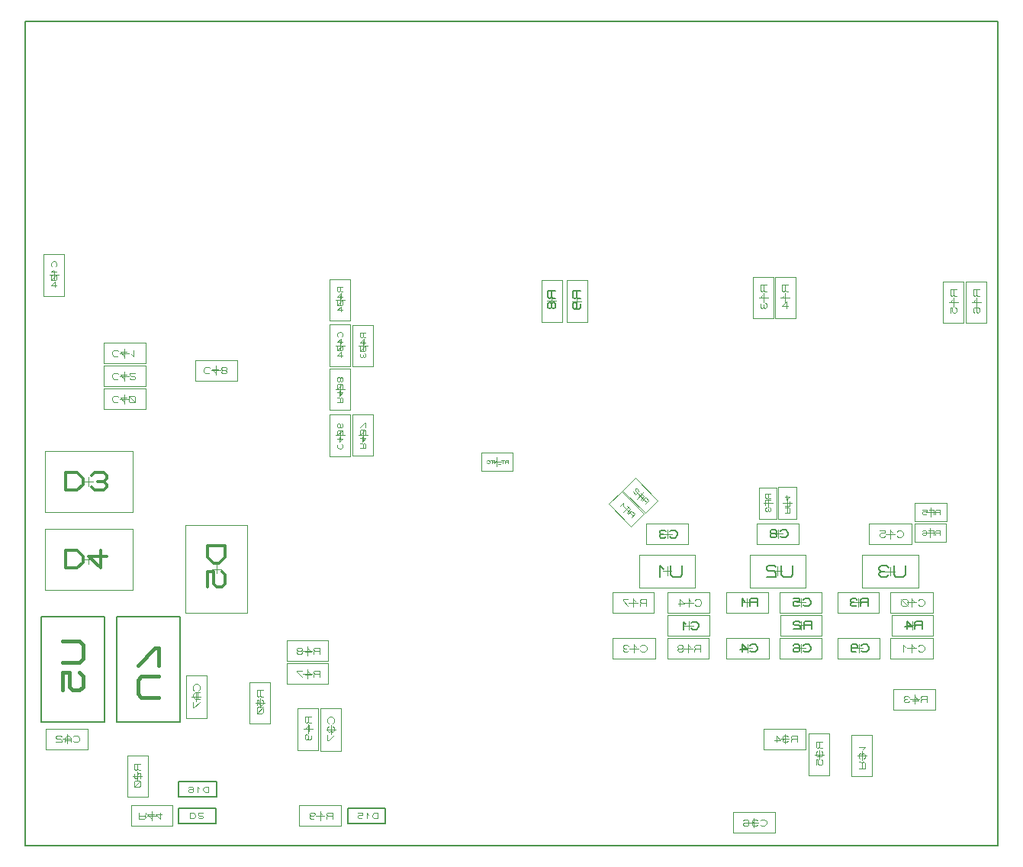
<source format=gbr>
G04 PROTEUS RS274X GERBER FILE*
%FSLAX45Y45*%
%MOMM*%
G01*
%ADD38C,0.203200*%
%ADD95C,0.050000*%
%ADD107C,0.095000*%
%ADD102C,0.093000*%
%ADD93C,0.389040*%
%ADD99C,0.118750*%
%ADD123C,0.208330*%
%ADD108C,0.141000*%
%ADD96C,0.116250*%
%ADD124C,0.100580*%
%ADD125C,0.050710*%
%ADD126C,0.325000*%
%ADD127C,0.088750*%
D38*
X-1079500Y-6413500D02*
X+9715500Y-6413500D01*
X+9715500Y+2730500D01*
X-1079500Y+2730500D01*
X-1079500Y-6413500D01*
D95*
X+2528000Y-631000D02*
X+2528000Y-1101000D01*
X+2298000Y-1101000D01*
X+2298000Y-631000D01*
X+2528000Y-631000D01*
X+2363000Y-866000D02*
X+2463000Y-866000D01*
X+2413000Y-916000D02*
X+2413000Y-816000D01*
D107*
X+2432000Y-771000D02*
X+2441500Y-761500D01*
X+2441500Y-733000D01*
X+2422500Y-714000D01*
X+2403500Y-714000D01*
X+2384500Y-733000D01*
X+2384500Y-761500D01*
X+2394000Y-771000D01*
X+2422500Y-847000D02*
X+2422500Y-790000D01*
X+2384500Y-828000D01*
X+2441500Y-828000D01*
X+2432000Y-866000D02*
X+2394000Y-866000D01*
X+2384500Y-875500D01*
X+2384500Y-913500D01*
X+2394000Y-923000D01*
X+2432000Y-923000D01*
X+2441500Y-913500D01*
X+2441500Y-875500D01*
X+2432000Y-866000D01*
X+2441500Y-866000D02*
X+2384500Y-923000D01*
X+2422500Y-999000D02*
X+2422500Y-942000D01*
X+2384500Y-980000D01*
X+2441500Y-980000D01*
D95*
X+2528000Y-133000D02*
X+2528000Y-593000D01*
X+2298000Y-593000D01*
X+2298000Y-133000D01*
X+2528000Y-133000D01*
X+2363000Y-363000D02*
X+2463000Y-363000D01*
X+2413000Y-413000D02*
X+2413000Y-313000D01*
D102*
X+2440900Y-214200D02*
X+2385100Y-214200D01*
X+2385100Y-260700D01*
X+2394400Y-270000D01*
X+2403700Y-270000D01*
X+2413000Y-260700D01*
X+2413000Y-214200D01*
X+2413000Y-260700D02*
X+2422300Y-270000D01*
X+2440900Y-270000D01*
X+2422300Y-344400D02*
X+2422300Y-288600D01*
X+2385100Y-325800D01*
X+2440900Y-325800D01*
X+2431600Y-363000D02*
X+2394400Y-363000D01*
X+2385100Y-372300D01*
X+2385100Y-409500D01*
X+2394400Y-418800D01*
X+2431600Y-418800D01*
X+2440900Y-409500D01*
X+2440900Y-372300D01*
X+2431600Y-363000D01*
X+2440900Y-363000D02*
X+2385100Y-418800D01*
X+2422300Y-493200D02*
X+2422300Y-437400D01*
X+2385100Y-474600D01*
X+2440900Y-474600D01*
D95*
X+2782000Y-641000D02*
X+2782000Y-1101000D01*
X+2552000Y-1101000D01*
X+2552000Y-641000D01*
X+2782000Y-641000D01*
X+2617000Y-871000D02*
X+2717000Y-871000D01*
X+2667000Y-921000D02*
X+2667000Y-821000D01*
D102*
X+2694900Y-722200D02*
X+2639100Y-722200D01*
X+2639100Y-768700D01*
X+2648400Y-778000D01*
X+2657700Y-778000D01*
X+2667000Y-768700D01*
X+2667000Y-722200D01*
X+2667000Y-768700D02*
X+2676300Y-778000D01*
X+2694900Y-778000D01*
X+2676300Y-852400D02*
X+2676300Y-796600D01*
X+2639100Y-833800D01*
X+2694900Y-833800D01*
X+2685600Y-871000D02*
X+2648400Y-871000D01*
X+2639100Y-880300D01*
X+2639100Y-917500D01*
X+2648400Y-926800D01*
X+2685600Y-926800D01*
X+2694900Y-917500D01*
X+2694900Y-880300D01*
X+2685600Y-871000D01*
X+2694900Y-871000D02*
X+2639100Y-926800D01*
X+2648400Y-954700D02*
X+2639100Y-964000D01*
X+2639100Y-991900D01*
X+2648400Y-1001200D01*
X+2657700Y-1001200D01*
X+2667000Y-991900D01*
X+2676300Y-1001200D01*
X+2685600Y-1001200D01*
X+2694900Y-991900D01*
X+2694900Y-964000D01*
X+2685600Y-954700D01*
X+2667000Y-973300D02*
X+2667000Y-991900D01*
D38*
X-902450Y-5041900D02*
X-203950Y-5041900D01*
X-203950Y-3874770D01*
X-902450Y-3874770D01*
X-902450Y-5041900D01*
D93*
X-669913Y-4147101D02*
X-475391Y-4147101D01*
X-436487Y-4186005D01*
X-436487Y-4341622D01*
X-475391Y-4380526D01*
X-669913Y-4380526D01*
X-669913Y-4691760D02*
X-669913Y-4497239D01*
X-592104Y-4497239D01*
X-592104Y-4652856D01*
X-553200Y-4691760D01*
X-475391Y-4691760D01*
X-436487Y-4652856D01*
X-436487Y-4536143D01*
X-475391Y-4497239D01*
D38*
X-64250Y-5041900D02*
X+634250Y-5041900D01*
X+634250Y-3874770D01*
X-64250Y-3874770D01*
X-64250Y-5041900D01*
D93*
X+401713Y-4769569D02*
X+207191Y-4769569D01*
X+168287Y-4730665D01*
X+168287Y-4575048D01*
X+207191Y-4536144D01*
X+401713Y-4536144D01*
X+401713Y-4419431D02*
X+401713Y-4224910D01*
X+362809Y-4224910D01*
X+168287Y-4419431D01*
D95*
X+258000Y-1575500D02*
X-212000Y-1575500D01*
X-212000Y-1345500D01*
X+258000Y-1345500D01*
X+258000Y-1575500D01*
X+23000Y-1410500D02*
X+23000Y-1510500D01*
X-27000Y-1460500D02*
X+73000Y-1460500D01*
D99*
X-48250Y-1436750D02*
X-60125Y-1424875D01*
X-95750Y-1424875D01*
X-119500Y-1448625D01*
X-119500Y-1472375D01*
X-95750Y-1496125D01*
X-60125Y-1496125D01*
X-48250Y-1484250D01*
X+46750Y-1448625D02*
X-24500Y-1448625D01*
X+23000Y-1496125D01*
X+23000Y-1424875D01*
X+70500Y-1436750D02*
X+70500Y-1484250D01*
X+82375Y-1496125D01*
X+129875Y-1496125D01*
X+141750Y-1484250D01*
X+141750Y-1436750D01*
X+129875Y-1424875D01*
X+82375Y-1424875D01*
X+70500Y-1436750D01*
X+70500Y-1424875D02*
X+141750Y-1496125D01*
D95*
X+258000Y-1067500D02*
X-212000Y-1067500D01*
X-212000Y-837500D01*
X+258000Y-837500D01*
X+258000Y-1067500D01*
X+23000Y-902500D02*
X+23000Y-1002500D01*
X-27000Y-952500D02*
X+73000Y-952500D01*
D99*
X-48250Y-928750D02*
X-60125Y-916875D01*
X-95750Y-916875D01*
X-119500Y-940625D01*
X-119500Y-964375D01*
X-95750Y-988125D01*
X-60125Y-988125D01*
X-48250Y-976250D01*
X+46750Y-940625D02*
X-24500Y-940625D01*
X+23000Y-988125D01*
X+23000Y-916875D01*
X+94250Y-964375D02*
X+118000Y-988125D01*
X+118000Y-916875D01*
D95*
X+258000Y-1321500D02*
X-212000Y-1321500D01*
X-212000Y-1091500D01*
X+258000Y-1091500D01*
X+258000Y-1321500D01*
X+23000Y-1156500D02*
X+23000Y-1256500D01*
X-27000Y-1206500D02*
X+73000Y-1206500D01*
D99*
X-48250Y-1182750D02*
X-60125Y-1170875D01*
X-95750Y-1170875D01*
X-119500Y-1194625D01*
X-119500Y-1218375D01*
X-95750Y-1242125D01*
X-60125Y-1242125D01*
X-48250Y-1230250D01*
X+46750Y-1194625D02*
X-24500Y-1194625D01*
X+23000Y-1242125D01*
X+23000Y-1170875D01*
X+82375Y-1230250D02*
X+94250Y-1242125D01*
X+129875Y-1242125D01*
X+141750Y-1230250D01*
X+141750Y-1218375D01*
X+129875Y-1206500D01*
X+94250Y-1206500D01*
X+82375Y-1194625D01*
X+82375Y-1170875D01*
X+141750Y-1170875D01*
D95*
X+804000Y-1028000D02*
X+1274000Y-1028000D01*
X+1274000Y-1258000D01*
X+804000Y-1258000D01*
X+804000Y-1028000D01*
X+1039000Y-1193000D02*
X+1039000Y-1093000D01*
X+1089000Y-1143000D02*
X+989000Y-1143000D01*
D99*
X+967750Y-1119250D02*
X+955875Y-1107375D01*
X+920250Y-1107375D01*
X+896500Y-1131125D01*
X+896500Y-1154875D01*
X+920250Y-1178625D01*
X+955875Y-1178625D01*
X+967750Y-1166750D01*
X+1062750Y-1131125D02*
X+991500Y-1131125D01*
X+1039000Y-1178625D01*
X+1039000Y-1107375D01*
X+1110250Y-1143000D02*
X+1098375Y-1154875D01*
X+1098375Y-1166750D01*
X+1110250Y-1178625D01*
X+1145875Y-1178625D01*
X+1157750Y-1166750D01*
X+1157750Y-1154875D01*
X+1145875Y-1143000D01*
X+1110250Y-1143000D01*
X+1098375Y-1131125D01*
X+1098375Y-1119250D01*
X+1110250Y-1107375D01*
X+1145875Y-1107375D01*
X+1157750Y-1119250D01*
X+1157750Y-1131125D01*
X+1145875Y-1143000D01*
D95*
X-384100Y-5347400D02*
X-854100Y-5347400D01*
X-854100Y-5117400D01*
X-384100Y-5117400D01*
X-384100Y-5347400D01*
X-619100Y-5182400D02*
X-619100Y-5282400D01*
X-669100Y-5232400D02*
X-569100Y-5232400D01*
D99*
X-547850Y-5256150D02*
X-535975Y-5268025D01*
X-500350Y-5268025D01*
X-476600Y-5244275D01*
X-476600Y-5220525D01*
X-500350Y-5196775D01*
X-535975Y-5196775D01*
X-547850Y-5208650D01*
X-571600Y-5268025D02*
X-571600Y-5220525D01*
X-595350Y-5196775D01*
X-619100Y-5196775D01*
X-642850Y-5220525D01*
X-642850Y-5268025D01*
X-571600Y-5244275D02*
X-642850Y-5244275D01*
X-678475Y-5208650D02*
X-690350Y-5196775D01*
X-725975Y-5196775D01*
X-737850Y-5208650D01*
X-737850Y-5220525D01*
X-725975Y-5232400D01*
X-690350Y-5232400D01*
X-678475Y-5244275D01*
X-678475Y-5268025D01*
X-737850Y-5268025D01*
D95*
X+703400Y-4999900D02*
X+703400Y-4529900D01*
X+933400Y-4529900D01*
X+933400Y-4999900D01*
X+703400Y-4999900D01*
X+868400Y-4764900D02*
X+768400Y-4764900D01*
X+818400Y-4714900D02*
X+818400Y-4814900D01*
D99*
X+842150Y-4693650D02*
X+854025Y-4681775D01*
X+854025Y-4646150D01*
X+830275Y-4622400D01*
X+806525Y-4622400D01*
X+782775Y-4646150D01*
X+782775Y-4681775D01*
X+794650Y-4693650D01*
X+854025Y-4717400D02*
X+806525Y-4717400D01*
X+782775Y-4741150D01*
X+782775Y-4764900D01*
X+806525Y-4788650D01*
X+854025Y-4788650D01*
X+830275Y-4717400D02*
X+830275Y-4788650D01*
X+782775Y-4824275D02*
X+782775Y-4883650D01*
X+794650Y-4883650D01*
X+854025Y-4824275D01*
D95*
X+2528000Y-1629500D02*
X+2528000Y-2099500D01*
X+2298000Y-2099500D01*
X+2298000Y-1629500D01*
X+2528000Y-1629500D01*
X+2363000Y-1864500D02*
X+2463000Y-1864500D01*
X+2413000Y-1914500D02*
X+2413000Y-1814500D01*
D107*
X+2394000Y-1959500D02*
X+2384500Y-1969000D01*
X+2384500Y-1997500D01*
X+2403500Y-2016500D01*
X+2422500Y-2016500D01*
X+2441500Y-1997500D01*
X+2441500Y-1969000D01*
X+2432000Y-1959500D01*
X+2403500Y-1883500D02*
X+2403500Y-1940500D01*
X+2441500Y-1902500D01*
X+2384500Y-1902500D01*
X+2394000Y-1864500D02*
X+2432000Y-1864500D01*
X+2441500Y-1855000D01*
X+2441500Y-1817000D01*
X+2432000Y-1807500D01*
X+2394000Y-1807500D01*
X+2384500Y-1817000D01*
X+2384500Y-1855000D01*
X+2394000Y-1864500D01*
X+2384500Y-1864500D02*
X+2441500Y-1807500D01*
X+2432000Y-1731500D02*
X+2441500Y-1741000D01*
X+2441500Y-1769500D01*
X+2432000Y-1779000D01*
X+2394000Y-1779000D01*
X+2384500Y-1769500D01*
X+2384500Y-1741000D01*
X+2394000Y-1731500D01*
X+2403500Y-1731500D01*
X+2413000Y-1741000D01*
X+2413000Y-1779000D01*
D95*
X+2782000Y-1629500D02*
X+2782000Y-2089500D01*
X+2552000Y-2089500D01*
X+2552000Y-1629500D01*
X+2782000Y-1629500D01*
X+2617000Y-1859500D02*
X+2717000Y-1859500D01*
X+2667000Y-1909500D02*
X+2667000Y-1809500D01*
D102*
X+2639100Y-2008300D02*
X+2694900Y-2008300D01*
X+2694900Y-1961800D01*
X+2685600Y-1952500D01*
X+2676300Y-1952500D01*
X+2667000Y-1961800D01*
X+2667000Y-2008300D01*
X+2667000Y-1961800D02*
X+2657700Y-1952500D01*
X+2639100Y-1952500D01*
X+2657700Y-1878100D02*
X+2657700Y-1933900D01*
X+2694900Y-1896700D01*
X+2639100Y-1896700D01*
X+2648400Y-1859500D02*
X+2685600Y-1859500D01*
X+2694900Y-1850200D01*
X+2694900Y-1813000D01*
X+2685600Y-1803700D01*
X+2648400Y-1803700D01*
X+2639100Y-1813000D01*
X+2639100Y-1850200D01*
X+2648400Y-1859500D01*
X+2639100Y-1859500D02*
X+2694900Y-1803700D01*
X+2694900Y-1775800D02*
X+2694900Y-1729300D01*
X+2685600Y-1729300D01*
X+2639100Y-1775800D01*
D95*
X+2528000Y-1121500D02*
X+2528000Y-1581500D01*
X+2298000Y-1581500D01*
X+2298000Y-1121500D01*
X+2528000Y-1121500D01*
X+2363000Y-1351500D02*
X+2463000Y-1351500D01*
X+2413000Y-1401500D02*
X+2413000Y-1301500D01*
D102*
X+2385100Y-1500300D02*
X+2440900Y-1500300D01*
X+2440900Y-1453800D01*
X+2431600Y-1444500D01*
X+2422300Y-1444500D01*
X+2413000Y-1453800D01*
X+2413000Y-1500300D01*
X+2413000Y-1453800D02*
X+2403700Y-1444500D01*
X+2385100Y-1444500D01*
X+2403700Y-1370100D02*
X+2403700Y-1425900D01*
X+2440900Y-1388700D01*
X+2385100Y-1388700D01*
X+2394400Y-1351500D02*
X+2431600Y-1351500D01*
X+2440900Y-1342200D01*
X+2440900Y-1305000D01*
X+2431600Y-1295700D01*
X+2394400Y-1295700D01*
X+2385100Y-1305000D01*
X+2385100Y-1342200D01*
X+2394400Y-1351500D01*
X+2385100Y-1351500D02*
X+2440900Y-1295700D01*
X+2413000Y-1258500D02*
X+2422300Y-1267800D01*
X+2431600Y-1267800D01*
X+2440900Y-1258500D01*
X+2440900Y-1230600D01*
X+2431600Y-1221300D01*
X+2422300Y-1221300D01*
X+2413000Y-1230600D01*
X+2413000Y-1258500D01*
X+2403700Y-1267800D01*
X+2394400Y-1267800D01*
X+2385100Y-1258500D01*
X+2385100Y-1230600D01*
X+2394400Y-1221300D01*
X+2403700Y-1221300D01*
X+2413000Y-1230600D01*
D95*
X+6354000Y-3550902D02*
X+5734000Y-3550902D01*
X+5734000Y-3190902D01*
X+6354000Y-3190902D01*
X+6354000Y-3550902D01*
X+6044000Y-3320902D02*
X+6044000Y-3420902D01*
X+5994000Y-3370902D02*
X+6094000Y-3370902D01*
D123*
X+6210666Y-3308402D02*
X+6210666Y-3412569D01*
X+6189833Y-3433402D01*
X+6106500Y-3433402D01*
X+6085667Y-3412569D01*
X+6085667Y-3308402D01*
X+6002334Y-3350069D02*
X+5960667Y-3308402D01*
X+5960667Y-3433402D01*
D95*
X+7581107Y-3550533D02*
X+6961107Y-3550533D01*
X+6961107Y-3190533D01*
X+7581107Y-3190533D01*
X+7581107Y-3550533D01*
X+7271107Y-3320533D02*
X+7271107Y-3420533D01*
X+7221107Y-3370533D02*
X+7321107Y-3370533D01*
D123*
X+7437773Y-3308033D02*
X+7437773Y-3412200D01*
X+7416940Y-3433033D01*
X+7333607Y-3433033D01*
X+7312774Y-3412200D01*
X+7312774Y-3308033D01*
X+7250274Y-3328866D02*
X+7229441Y-3308033D01*
X+7166941Y-3308033D01*
X+7146108Y-3328866D01*
X+7146108Y-3349700D01*
X+7166941Y-3370533D01*
X+7229441Y-3370533D01*
X+7250274Y-3391366D01*
X+7250274Y-3433033D01*
X+7146108Y-3433033D01*
D95*
X+8830869Y-3552033D02*
X+8210869Y-3552033D01*
X+8210869Y-3192033D01*
X+8830869Y-3192033D01*
X+8830869Y-3552033D01*
X+8520869Y-3322033D02*
X+8520869Y-3422033D01*
X+8470869Y-3372033D02*
X+8570869Y-3372033D01*
D123*
X+8687535Y-3309533D02*
X+8687535Y-3413700D01*
X+8666702Y-3434533D01*
X+8583369Y-3434533D01*
X+8562536Y-3413700D01*
X+8562536Y-3309533D01*
X+8500036Y-3330366D02*
X+8479203Y-3309533D01*
X+8416703Y-3309533D01*
X+8395870Y-3330366D01*
X+8395870Y-3351200D01*
X+8416703Y-3372033D01*
X+8395870Y-3392866D01*
X+8395870Y-3413700D01*
X+8416703Y-3434533D01*
X+8479203Y-3434533D01*
X+8500036Y-3413700D01*
X+8458370Y-3372033D02*
X+8416703Y-3372033D01*
D95*
X+6280500Y-3072402D02*
X+5810500Y-3072402D01*
X+5810500Y-2842402D01*
X+6280500Y-2842402D01*
X+6280500Y-3072402D01*
X+6045500Y-2907402D02*
X+6045500Y-3007402D01*
X+5995500Y-2957402D02*
X+6095500Y-2957402D01*
D108*
X+6073700Y-2985602D02*
X+6087800Y-2999702D01*
X+6130100Y-2999702D01*
X+6158300Y-2971502D01*
X+6158300Y-2943302D01*
X+6130100Y-2915102D01*
X+6087800Y-2915102D01*
X+6073700Y-2929202D01*
X+6031400Y-2929202D02*
X+6017300Y-2915102D01*
X+5975000Y-2915102D01*
X+5960900Y-2929202D01*
X+5960900Y-2943302D01*
X+5975000Y-2957402D01*
X+5960900Y-2971502D01*
X+5960900Y-2985602D01*
X+5975000Y-2999702D01*
X+6017300Y-2999702D01*
X+6031400Y-2985602D01*
X+6003200Y-2957402D02*
X+5975000Y-2957402D01*
D95*
X+7507607Y-3072033D02*
X+7037607Y-3072033D01*
X+7037607Y-2842033D01*
X+7507607Y-2842033D01*
X+7507607Y-3072033D01*
X+7272607Y-2907033D02*
X+7272607Y-3007033D01*
X+7222607Y-2957033D02*
X+7322607Y-2957033D01*
D108*
X+7300807Y-2985233D02*
X+7314907Y-2999333D01*
X+7357207Y-2999333D01*
X+7385407Y-2971133D01*
X+7385407Y-2942933D01*
X+7357207Y-2914733D01*
X+7314907Y-2914733D01*
X+7300807Y-2928833D01*
X+7244407Y-2957033D02*
X+7258507Y-2942933D01*
X+7258507Y-2928833D01*
X+7244407Y-2914733D01*
X+7202107Y-2914733D01*
X+7188007Y-2928833D01*
X+7188007Y-2942933D01*
X+7202107Y-2957033D01*
X+7244407Y-2957033D01*
X+7258507Y-2971133D01*
X+7258507Y-2985233D01*
X+7244407Y-2999333D01*
X+7202107Y-2999333D01*
X+7188007Y-2985233D01*
X+7188007Y-2971133D01*
X+7202107Y-2957033D01*
D95*
X+8757369Y-3073533D02*
X+8287369Y-3073533D01*
X+8287369Y-2843533D01*
X+8757369Y-2843533D01*
X+8757369Y-3073533D01*
X+8522369Y-2908533D02*
X+8522369Y-3008533D01*
X+8472369Y-2958533D02*
X+8572369Y-2958533D01*
D99*
X+8593619Y-2982283D02*
X+8605494Y-2994158D01*
X+8641119Y-2994158D01*
X+8664869Y-2970408D01*
X+8664869Y-2946658D01*
X+8641119Y-2922908D01*
X+8605494Y-2922908D01*
X+8593619Y-2934783D01*
X+8546119Y-2946658D02*
X+8522369Y-2922908D01*
X+8522369Y-2994158D01*
X+8403619Y-2922908D02*
X+8462994Y-2922908D01*
X+8462994Y-2946658D01*
X+8415494Y-2946658D01*
X+8403619Y-2958533D01*
X+8403619Y-2982283D01*
X+8415494Y-2994158D01*
X+8451119Y-2994158D01*
X+8462994Y-2982283D01*
D95*
X+6517000Y-3834402D02*
X+6047000Y-3834402D01*
X+6047000Y-3604402D01*
X+6517000Y-3604402D01*
X+6517000Y-3834402D01*
X+6282000Y-3669402D02*
X+6282000Y-3769402D01*
X+6232000Y-3719402D02*
X+6332000Y-3719402D01*
D99*
X+6353250Y-3743152D02*
X+6365125Y-3755027D01*
X+6400750Y-3755027D01*
X+6424500Y-3731277D01*
X+6424500Y-3707527D01*
X+6400750Y-3683777D01*
X+6365125Y-3683777D01*
X+6353250Y-3695652D01*
X+6305750Y-3707527D02*
X+6282000Y-3683777D01*
X+6282000Y-3755027D01*
X+6163250Y-3731277D02*
X+6234500Y-3731277D01*
X+6187000Y-3683777D01*
X+6187000Y-3755027D01*
D95*
X+7761607Y-3834033D02*
X+7291607Y-3834033D01*
X+7291607Y-3604033D01*
X+7761607Y-3604033D01*
X+7761607Y-3834033D01*
X+7526607Y-3669033D02*
X+7526607Y-3769033D01*
X+7476607Y-3719033D02*
X+7576607Y-3719033D01*
D108*
X+7554807Y-3747233D02*
X+7568907Y-3761333D01*
X+7611207Y-3761333D01*
X+7639407Y-3733133D01*
X+7639407Y-3704933D01*
X+7611207Y-3676733D01*
X+7568907Y-3676733D01*
X+7554807Y-3690833D01*
X+7442007Y-3676733D02*
X+7512507Y-3676733D01*
X+7512507Y-3704933D01*
X+7456107Y-3704933D01*
X+7442007Y-3719033D01*
X+7442007Y-3747233D01*
X+7456107Y-3761333D01*
X+7498407Y-3761333D01*
X+7512507Y-3747233D01*
D95*
X+8993869Y-3834033D02*
X+8523869Y-3834033D01*
X+8523869Y-3604033D01*
X+8993869Y-3604033D01*
X+8993869Y-3834033D01*
X+8758869Y-3669033D02*
X+8758869Y-3769033D01*
X+8708869Y-3719033D02*
X+8808869Y-3719033D01*
D99*
X+8830119Y-3742783D02*
X+8841994Y-3754658D01*
X+8877619Y-3754658D01*
X+8901369Y-3730908D01*
X+8901369Y-3707158D01*
X+8877619Y-3683408D01*
X+8841994Y-3683408D01*
X+8830119Y-3695283D01*
X+8782619Y-3707158D02*
X+8758869Y-3683408D01*
X+8758869Y-3754658D01*
X+8711369Y-3742783D02*
X+8711369Y-3695283D01*
X+8699494Y-3683408D01*
X+8651994Y-3683408D01*
X+8640119Y-3695283D01*
X+8640119Y-3742783D01*
X+8651994Y-3754658D01*
X+8699494Y-3754658D01*
X+8711369Y-3742783D01*
X+8711369Y-3754658D02*
X+8640119Y-3683408D01*
D95*
X+6517000Y-4088402D02*
X+6047000Y-4088402D01*
X+6047000Y-3858402D01*
X+6517000Y-3858402D01*
X+6517000Y-4088402D01*
X+6282000Y-3923402D02*
X+6282000Y-4023402D01*
X+6232000Y-3973402D02*
X+6332000Y-3973402D01*
D108*
X+6310200Y-4001602D02*
X+6324300Y-4015702D01*
X+6366600Y-4015702D01*
X+6394800Y-3987502D01*
X+6394800Y-3959302D01*
X+6366600Y-3931102D01*
X+6324300Y-3931102D01*
X+6310200Y-3945202D01*
X+6253800Y-3959302D02*
X+6225600Y-3931102D01*
X+6225600Y-4015702D01*
D95*
X+5909500Y-4342402D02*
X+5439500Y-4342402D01*
X+5439500Y-4112402D01*
X+5909500Y-4112402D01*
X+5909500Y-4342402D01*
X+5674500Y-4177402D02*
X+5674500Y-4277402D01*
X+5624500Y-4227402D02*
X+5724500Y-4227402D01*
D99*
X+5745750Y-4251152D02*
X+5757625Y-4263027D01*
X+5793250Y-4263027D01*
X+5817000Y-4239277D01*
X+5817000Y-4215527D01*
X+5793250Y-4191777D01*
X+5757625Y-4191777D01*
X+5745750Y-4203652D01*
X+5698250Y-4215527D02*
X+5674500Y-4191777D01*
X+5674500Y-4263027D01*
X+5615125Y-4203652D02*
X+5603250Y-4191777D01*
X+5567625Y-4191777D01*
X+5555750Y-4203652D01*
X+5555750Y-4215527D01*
X+5567625Y-4227402D01*
X+5555750Y-4239277D01*
X+5555750Y-4251152D01*
X+5567625Y-4263027D01*
X+5603250Y-4263027D01*
X+5615125Y-4251152D01*
X+5591375Y-4227402D02*
X+5567625Y-4227402D01*
D95*
X+5439500Y-3604402D02*
X+5899500Y-3604402D01*
X+5899500Y-3834402D01*
X+5439500Y-3834402D01*
X+5439500Y-3604402D01*
X+5669500Y-3769402D02*
X+5669500Y-3669402D01*
X+5719500Y-3719402D02*
X+5619500Y-3719402D01*
D96*
X+5809000Y-3754277D02*
X+5809000Y-3684527D01*
X+5750875Y-3684527D01*
X+5739250Y-3696152D01*
X+5739250Y-3707777D01*
X+5750875Y-3719402D01*
X+5809000Y-3719402D01*
X+5750875Y-3719402D02*
X+5739250Y-3731027D01*
X+5739250Y-3754277D01*
X+5692750Y-3707777D02*
X+5669500Y-3684527D01*
X+5669500Y-3754277D01*
X+5611375Y-3684527D02*
X+5553250Y-3684527D01*
X+5553250Y-3696152D01*
X+5611375Y-3754277D01*
D95*
X+6507000Y-4342402D02*
X+6047000Y-4342402D01*
X+6047000Y-4112402D01*
X+6507000Y-4112402D01*
X+6507000Y-4342402D01*
X+6277000Y-4177402D02*
X+6277000Y-4277402D01*
X+6227000Y-4227402D02*
X+6327000Y-4227402D01*
D96*
X+6416500Y-4262277D02*
X+6416500Y-4192527D01*
X+6358375Y-4192527D01*
X+6346750Y-4204152D01*
X+6346750Y-4215777D01*
X+6358375Y-4227402D01*
X+6416500Y-4227402D01*
X+6358375Y-4227402D02*
X+6346750Y-4239027D01*
X+6346750Y-4262277D01*
X+6300250Y-4215777D02*
X+6277000Y-4192527D01*
X+6277000Y-4262277D01*
X+6207250Y-4227402D02*
X+6218875Y-4215777D01*
X+6218875Y-4204152D01*
X+6207250Y-4192527D01*
X+6172375Y-4192527D01*
X+6160750Y-4204152D01*
X+6160750Y-4215777D01*
X+6172375Y-4227402D01*
X+6207250Y-4227402D01*
X+6218875Y-4239027D01*
X+6218875Y-4250652D01*
X+6207250Y-4262277D01*
X+6172375Y-4262277D01*
X+6160750Y-4250652D01*
X+6160750Y-4239027D01*
X+6172375Y-4227402D01*
D95*
X+6702607Y-3604033D02*
X+7162607Y-3604033D01*
X+7162607Y-3834033D01*
X+6702607Y-3834033D01*
X+6702607Y-3604033D01*
X+6932607Y-3769033D02*
X+6932607Y-3669033D01*
X+6982607Y-3719033D02*
X+6882607Y-3719033D01*
D108*
X+7045407Y-3761333D02*
X+7045407Y-3676733D01*
X+6974907Y-3676733D01*
X+6960807Y-3690833D01*
X+6960807Y-3704933D01*
X+6974907Y-3719033D01*
X+7045407Y-3719033D01*
X+6974907Y-3719033D02*
X+6960807Y-3733133D01*
X+6960807Y-3761333D01*
X+6904407Y-3704933D02*
X+6876207Y-3676733D01*
X+6876207Y-3761333D01*
D95*
X+7761607Y-4088033D02*
X+7301607Y-4088033D01*
X+7301607Y-3858033D01*
X+7761607Y-3858033D01*
X+7761607Y-4088033D01*
X+7531607Y-3923033D02*
X+7531607Y-4023033D01*
X+7481607Y-3973033D02*
X+7581607Y-3973033D01*
D108*
X+7644407Y-4015333D02*
X+7644407Y-3930733D01*
X+7573907Y-3930733D01*
X+7559807Y-3944833D01*
X+7559807Y-3958933D01*
X+7573907Y-3973033D01*
X+7644407Y-3973033D01*
X+7573907Y-3973033D02*
X+7559807Y-3987133D01*
X+7559807Y-4015333D01*
X+7517507Y-3944833D02*
X+7503407Y-3930733D01*
X+7461107Y-3930733D01*
X+7447007Y-3944833D01*
X+7447007Y-3958933D01*
X+7461107Y-3973033D01*
X+7503407Y-3973033D01*
X+7517507Y-3987133D01*
X+7517507Y-4015333D01*
X+7447007Y-4015333D01*
D95*
X+7934869Y-3604033D02*
X+8394869Y-3604033D01*
X+8394869Y-3834033D01*
X+7934869Y-3834033D01*
X+7934869Y-3604033D01*
X+8164869Y-3769033D02*
X+8164869Y-3669033D01*
X+8214869Y-3719033D02*
X+8114869Y-3719033D01*
D108*
X+8277669Y-3761333D02*
X+8277669Y-3676733D01*
X+8207169Y-3676733D01*
X+8193069Y-3690833D01*
X+8193069Y-3704933D01*
X+8207169Y-3719033D01*
X+8277669Y-3719033D01*
X+8207169Y-3719033D02*
X+8193069Y-3733133D01*
X+8193069Y-3761333D01*
X+8150769Y-3690833D02*
X+8136669Y-3676733D01*
X+8094369Y-3676733D01*
X+8080269Y-3690833D01*
X+8080269Y-3704933D01*
X+8094369Y-3719033D01*
X+8080269Y-3733133D01*
X+8080269Y-3747233D01*
X+8094369Y-3761333D01*
X+8136669Y-3761333D01*
X+8150769Y-3747233D01*
X+8122569Y-3719033D02*
X+8094369Y-3719033D01*
D95*
X+8993869Y-4088033D02*
X+8533869Y-4088033D01*
X+8533869Y-3858033D01*
X+8993869Y-3858033D01*
X+8993869Y-4088033D01*
X+8763869Y-3923033D02*
X+8763869Y-4023033D01*
X+8713869Y-3973033D02*
X+8813869Y-3973033D01*
D108*
X+8876669Y-4015333D02*
X+8876669Y-3930733D01*
X+8806169Y-3930733D01*
X+8792069Y-3944833D01*
X+8792069Y-3958933D01*
X+8806169Y-3973033D01*
X+8876669Y-3973033D01*
X+8806169Y-3973033D02*
X+8792069Y-3987133D01*
X+8792069Y-4015333D01*
X+8679269Y-3987133D02*
X+8763869Y-3987133D01*
X+8707469Y-3930733D01*
X+8707469Y-4015333D01*
D95*
X+7172607Y-4342033D02*
X+6702607Y-4342033D01*
X+6702607Y-4112033D01*
X+7172607Y-4112033D01*
X+7172607Y-4342033D01*
X+6937607Y-4177033D02*
X+6937607Y-4277033D01*
X+6887607Y-4227033D02*
X+6987607Y-4227033D01*
D108*
X+6965807Y-4255233D02*
X+6979907Y-4269333D01*
X+7022207Y-4269333D01*
X+7050407Y-4241133D01*
X+7050407Y-4212933D01*
X+7022207Y-4184733D01*
X+6979907Y-4184733D01*
X+6965807Y-4198833D01*
X+6853007Y-4241133D02*
X+6937607Y-4241133D01*
X+6881207Y-4184733D01*
X+6881207Y-4269333D01*
D95*
X+7761607Y-4342033D02*
X+7291607Y-4342033D01*
X+7291607Y-4112033D01*
X+7761607Y-4112033D01*
X+7761607Y-4342033D01*
X+7526607Y-4177033D02*
X+7526607Y-4277033D01*
X+7476607Y-4227033D02*
X+7576607Y-4227033D01*
D108*
X+7554807Y-4255233D02*
X+7568907Y-4269333D01*
X+7611207Y-4269333D01*
X+7639407Y-4241133D01*
X+7639407Y-4212933D01*
X+7611207Y-4184733D01*
X+7568907Y-4184733D01*
X+7554807Y-4198833D01*
X+7442007Y-4198833D02*
X+7456107Y-4184733D01*
X+7498407Y-4184733D01*
X+7512507Y-4198833D01*
X+7512507Y-4255233D01*
X+7498407Y-4269333D01*
X+7456107Y-4269333D01*
X+7442007Y-4255233D01*
X+7442007Y-4241133D01*
X+7456107Y-4227033D01*
X+7512507Y-4227033D01*
D95*
X+8404869Y-4342033D02*
X+7934869Y-4342033D01*
X+7934869Y-4112033D01*
X+8404869Y-4112033D01*
X+8404869Y-4342033D01*
X+8169869Y-4177033D02*
X+8169869Y-4277033D01*
X+8119869Y-4227033D02*
X+8219869Y-4227033D01*
D108*
X+8198069Y-4255233D02*
X+8212169Y-4269333D01*
X+8254469Y-4269333D01*
X+8282669Y-4241133D01*
X+8282669Y-4212933D01*
X+8254469Y-4184733D01*
X+8212169Y-4184733D01*
X+8198069Y-4198833D01*
X+8085269Y-4212933D02*
X+8099369Y-4227033D01*
X+8141669Y-4227033D01*
X+8155769Y-4212933D01*
X+8155769Y-4198833D01*
X+8141669Y-4184733D01*
X+8099369Y-4184733D01*
X+8085269Y-4198833D01*
X+8085269Y-4255233D01*
X+8099369Y-4269333D01*
X+8141669Y-4269333D01*
D95*
X+8993869Y-4342033D02*
X+8523869Y-4342033D01*
X+8523869Y-4112033D01*
X+8993869Y-4112033D01*
X+8993869Y-4342033D01*
X+8758869Y-4177033D02*
X+8758869Y-4277033D01*
X+8708869Y-4227033D02*
X+8808869Y-4227033D01*
D99*
X+8830119Y-4250783D02*
X+8841994Y-4262658D01*
X+8877619Y-4262658D01*
X+8901369Y-4238908D01*
X+8901369Y-4215158D01*
X+8877619Y-4191408D01*
X+8841994Y-4191408D01*
X+8830119Y-4203283D01*
X+8782619Y-4215158D02*
X+8758869Y-4191408D01*
X+8758869Y-4262658D01*
X+8687619Y-4215158D02*
X+8663869Y-4191408D01*
X+8663869Y-4262658D01*
D95*
X+7243000Y-6274500D02*
X+6773000Y-6274500D01*
X+6773000Y-6044500D01*
X+7243000Y-6044500D01*
X+7243000Y-6274500D01*
X+7008000Y-6109500D02*
X+7008000Y-6209500D01*
X+6958000Y-6159500D02*
X+7058000Y-6159500D01*
D99*
X+7079250Y-6183250D02*
X+7091125Y-6195125D01*
X+7126750Y-6195125D01*
X+7150500Y-6171375D01*
X+7150500Y-6147625D01*
X+7126750Y-6123875D01*
X+7091125Y-6123875D01*
X+7079250Y-6135750D01*
X+7043625Y-6135750D02*
X+7031750Y-6123875D01*
X+6996125Y-6123875D01*
X+6984250Y-6135750D01*
X+6984250Y-6147625D01*
X+6996125Y-6159500D01*
X+6984250Y-6171375D01*
X+6984250Y-6183250D01*
X+6996125Y-6195125D01*
X+7031750Y-6195125D01*
X+7043625Y-6183250D01*
X+7019875Y-6159500D02*
X+6996125Y-6159500D01*
X+6889250Y-6135750D02*
X+6901125Y-6123875D01*
X+6936750Y-6123875D01*
X+6948625Y-6135750D01*
X+6948625Y-6183250D01*
X+6936750Y-6195125D01*
X+6901125Y-6195125D01*
X+6889250Y-6183250D01*
X+6889250Y-6171375D01*
X+6901125Y-6159500D01*
X+6948625Y-6159500D01*
D95*
X+2426400Y-4893400D02*
X+2426400Y-5363400D01*
X+2196400Y-5363400D01*
X+2196400Y-4893400D01*
X+2426400Y-4893400D01*
X+2261400Y-5128400D02*
X+2361400Y-5128400D01*
X+2311400Y-5178400D02*
X+2311400Y-5078400D01*
D99*
X+2335150Y-5057150D02*
X+2347025Y-5045275D01*
X+2347025Y-5009650D01*
X+2323275Y-4985900D01*
X+2299525Y-4985900D01*
X+2275775Y-5009650D01*
X+2275775Y-5045275D01*
X+2287650Y-5057150D01*
X+2287650Y-5092775D02*
X+2275775Y-5104650D01*
X+2275775Y-5140275D01*
X+2287650Y-5152150D01*
X+2299525Y-5152150D01*
X+2311400Y-5140275D01*
X+2323275Y-5152150D01*
X+2335150Y-5152150D01*
X+2347025Y-5140275D01*
X+2347025Y-5104650D01*
X+2335150Y-5092775D01*
X+2311400Y-5116525D02*
X+2311400Y-5140275D01*
X+2275775Y-5187775D02*
X+2275775Y-5247150D01*
X+2287650Y-5247150D01*
X+2347025Y-5187775D01*
D95*
X-647000Y+148500D02*
X-647000Y-321500D01*
X-877000Y-321500D01*
X-877000Y+148500D01*
X-647000Y+148500D01*
X-812000Y-86500D02*
X-712000Y-86500D01*
X-762000Y-136500D02*
X-762000Y-36500D01*
D107*
X-743000Y+8500D02*
X-733500Y+18000D01*
X-733500Y+46500D01*
X-752500Y+65500D01*
X-771500Y+65500D01*
X-790500Y+46500D01*
X-790500Y+18000D01*
X-781000Y+8500D01*
X-771500Y-29500D02*
X-790500Y-48500D01*
X-733500Y-48500D01*
X-743000Y-86500D02*
X-781000Y-86500D01*
X-790500Y-96000D01*
X-790500Y-134000D01*
X-781000Y-143500D01*
X-743000Y-143500D01*
X-733500Y-134000D01*
X-733500Y-96000D01*
X-743000Y-86500D01*
X-733500Y-86500D02*
X-790500Y-143500D01*
X-752500Y-219500D02*
X-752500Y-162500D01*
X-790500Y-200500D01*
X-733500Y-200500D01*
D38*
X+622300Y-6167120D02*
X+1038860Y-6167120D01*
X+1038860Y-5999480D01*
X+622300Y-5999480D01*
X+622300Y-6167120D01*
D124*
X+750113Y-6053124D02*
X+750113Y-6113475D01*
X+790346Y-6113475D01*
X+810463Y-6093358D01*
X+810463Y-6073241D01*
X+790346Y-6053124D01*
X+750113Y-6053124D01*
X+840638Y-6103416D02*
X+850696Y-6113475D01*
X+880871Y-6113475D01*
X+890930Y-6103416D01*
X+890930Y-6093358D01*
X+880871Y-6083300D01*
X+850696Y-6083300D01*
X+840638Y-6073241D01*
X+840638Y-6053124D01*
X+890930Y-6053124D01*
D95*
X+8319200Y-5187600D02*
X+8319200Y-5647600D01*
X+8089200Y-5647600D01*
X+8089200Y-5187600D01*
X+8319200Y-5187600D01*
X+8154200Y-5417600D02*
X+8254200Y-5417600D01*
X+8204200Y-5467600D02*
X+8204200Y-5367600D01*
D96*
X+8169325Y-5557100D02*
X+8239075Y-5557100D01*
X+8239075Y-5498975D01*
X+8227450Y-5487350D01*
X+8215825Y-5487350D01*
X+8204200Y-5498975D01*
X+8204200Y-5557100D01*
X+8204200Y-5498975D02*
X+8192575Y-5487350D01*
X+8169325Y-5487350D01*
X+8227450Y-5452475D02*
X+8239075Y-5440850D01*
X+8239075Y-5405975D01*
X+8227450Y-5394350D01*
X+8215825Y-5394350D01*
X+8204200Y-5405975D01*
X+8192575Y-5394350D01*
X+8180950Y-5394350D01*
X+8169325Y-5405975D01*
X+8169325Y-5440850D01*
X+8180950Y-5452475D01*
X+8204200Y-5429225D02*
X+8204200Y-5405975D01*
X+8215825Y-5347850D02*
X+8239075Y-5324600D01*
X+8169325Y-5324600D01*
D95*
X+7118000Y-5117400D02*
X+7578000Y-5117400D01*
X+7578000Y-5347400D01*
X+7118000Y-5347400D01*
X+7118000Y-5117400D01*
X+7348000Y-5282400D02*
X+7348000Y-5182400D01*
X+7398000Y-5232400D02*
X+7298000Y-5232400D01*
D96*
X+7487500Y-5267275D02*
X+7487500Y-5197525D01*
X+7429375Y-5197525D01*
X+7417750Y-5209150D01*
X+7417750Y-5220775D01*
X+7429375Y-5232400D01*
X+7487500Y-5232400D01*
X+7429375Y-5232400D02*
X+7417750Y-5244025D01*
X+7417750Y-5267275D01*
X+7382875Y-5209150D02*
X+7371250Y-5197525D01*
X+7336375Y-5197525D01*
X+7324750Y-5209150D01*
X+7324750Y-5220775D01*
X+7336375Y-5232400D01*
X+7324750Y-5244025D01*
X+7324750Y-5255650D01*
X+7336375Y-5267275D01*
X+7371250Y-5267275D01*
X+7382875Y-5255650D01*
X+7359625Y-5232400D02*
X+7336375Y-5232400D01*
X+7231750Y-5244025D02*
X+7301500Y-5244025D01*
X+7255000Y-5197525D01*
X+7255000Y-5267275D01*
D95*
X+7846100Y-5174900D02*
X+7846100Y-5634900D01*
X+7616100Y-5634900D01*
X+7616100Y-5174900D01*
X+7846100Y-5174900D01*
X+7681100Y-5404900D02*
X+7781100Y-5404900D01*
X+7731100Y-5454900D02*
X+7731100Y-5354900D01*
D96*
X+7765975Y-5265400D02*
X+7696225Y-5265400D01*
X+7696225Y-5323525D01*
X+7707850Y-5335150D01*
X+7719475Y-5335150D01*
X+7731100Y-5323525D01*
X+7731100Y-5265400D01*
X+7731100Y-5323525D02*
X+7742725Y-5335150D01*
X+7765975Y-5335150D01*
X+7707850Y-5370025D02*
X+7696225Y-5381650D01*
X+7696225Y-5416525D01*
X+7707850Y-5428150D01*
X+7719475Y-5428150D01*
X+7731100Y-5416525D01*
X+7742725Y-5428150D01*
X+7754350Y-5428150D01*
X+7765975Y-5416525D01*
X+7765975Y-5381650D01*
X+7754350Y-5370025D01*
X+7731100Y-5393275D02*
X+7731100Y-5416525D01*
X+7696225Y-5521150D02*
X+7696225Y-5463025D01*
X+7719475Y-5463025D01*
X+7719475Y-5509525D01*
X+7731100Y-5521150D01*
X+7754350Y-5521150D01*
X+7765975Y-5509525D01*
X+7765975Y-5474650D01*
X+7754350Y-5463025D01*
D95*
X+8558416Y-4678216D02*
X+9018416Y-4678216D01*
X+9018416Y-4908216D01*
X+8558416Y-4908216D01*
X+8558416Y-4678216D01*
X+8788416Y-4843216D02*
X+8788416Y-4743216D01*
X+8838416Y-4793216D02*
X+8738416Y-4793216D01*
D96*
X+8927916Y-4828091D02*
X+8927916Y-4758341D01*
X+8869791Y-4758341D01*
X+8858166Y-4769966D01*
X+8858166Y-4781591D01*
X+8869791Y-4793216D01*
X+8927916Y-4793216D01*
X+8869791Y-4793216D02*
X+8858166Y-4804841D01*
X+8858166Y-4828091D01*
X+8765166Y-4804841D02*
X+8834916Y-4804841D01*
X+8788416Y-4758341D01*
X+8788416Y-4828091D01*
X+8730291Y-4769966D02*
X+8718666Y-4758341D01*
X+8683791Y-4758341D01*
X+8672166Y-4769966D01*
X+8672166Y-4781591D01*
X+8683791Y-4793216D01*
X+8672166Y-4804841D01*
X+8672166Y-4816466D01*
X+8683791Y-4828091D01*
X+8718666Y-4828091D01*
X+8730291Y-4816466D01*
X+8707041Y-4793216D02*
X+8683791Y-4793216D01*
D95*
X+552800Y-6198300D02*
X+92800Y-6198300D01*
X+92800Y-5968300D01*
X+552800Y-5968300D01*
X+552800Y-6198300D01*
X+322800Y-6033300D02*
X+322800Y-6133300D01*
X+272800Y-6083300D02*
X+372800Y-6083300D01*
D96*
X+183300Y-6048425D02*
X+183300Y-6118175D01*
X+241425Y-6118175D01*
X+253050Y-6106550D01*
X+253050Y-6094925D01*
X+241425Y-6083300D01*
X+183300Y-6083300D01*
X+241425Y-6083300D02*
X+253050Y-6071675D01*
X+253050Y-6048425D01*
X+346050Y-6071675D02*
X+276300Y-6071675D01*
X+322800Y-6118175D01*
X+322800Y-6048425D01*
X+439050Y-6071675D02*
X+369300Y-6071675D01*
X+415800Y-6118175D01*
X+415800Y-6048425D01*
D95*
X+1820000Y-4393500D02*
X+2280000Y-4393500D01*
X+2280000Y-4623500D01*
X+1820000Y-4623500D01*
X+1820000Y-4393500D01*
X+2050000Y-4558500D02*
X+2050000Y-4458500D01*
X+2100000Y-4508500D02*
X+2000000Y-4508500D01*
D96*
X+2189500Y-4543375D02*
X+2189500Y-4473625D01*
X+2131375Y-4473625D01*
X+2119750Y-4485250D01*
X+2119750Y-4496875D01*
X+2131375Y-4508500D01*
X+2189500Y-4508500D01*
X+2131375Y-4508500D02*
X+2119750Y-4520125D01*
X+2119750Y-4543375D01*
X+2026750Y-4520125D02*
X+2096500Y-4520125D01*
X+2050000Y-4473625D01*
X+2050000Y-4543375D01*
X+1991875Y-4473625D02*
X+1933750Y-4473625D01*
X+1933750Y-4485250D01*
X+1991875Y-4543375D01*
D95*
X+1820000Y-4139500D02*
X+2280000Y-4139500D01*
X+2280000Y-4369500D01*
X+1820000Y-4369500D01*
X+1820000Y-4139500D01*
X+2050000Y-4304500D02*
X+2050000Y-4204500D01*
X+2100000Y-4254500D02*
X+2000000Y-4254500D01*
D96*
X+2189500Y-4289375D02*
X+2189500Y-4219625D01*
X+2131375Y-4219625D01*
X+2119750Y-4231250D01*
X+2119750Y-4242875D01*
X+2131375Y-4254500D01*
X+2189500Y-4254500D01*
X+2131375Y-4254500D02*
X+2119750Y-4266125D01*
X+2119750Y-4289375D01*
X+2026750Y-4266125D02*
X+2096500Y-4266125D01*
X+2050000Y-4219625D01*
X+2050000Y-4289375D01*
X+1980250Y-4254500D02*
X+1991875Y-4242875D01*
X+1991875Y-4231250D01*
X+1980250Y-4219625D01*
X+1945375Y-4219625D01*
X+1933750Y-4231250D01*
X+1933750Y-4242875D01*
X+1945375Y-4254500D01*
X+1980250Y-4254500D01*
X+1991875Y-4266125D01*
X+1991875Y-4277750D01*
X+1980250Y-4289375D01*
X+1945375Y-4289375D01*
X+1933750Y-4277750D01*
X+1933750Y-4266125D01*
X+1945375Y-4254500D01*
D95*
X+1942400Y-5353400D02*
X+1942400Y-4893400D01*
X+2172400Y-4893400D01*
X+2172400Y-5353400D01*
X+1942400Y-5353400D01*
X+2107400Y-5123400D02*
X+2007400Y-5123400D01*
X+2057400Y-5073400D02*
X+2057400Y-5173400D01*
D96*
X+2092275Y-4983900D02*
X+2022525Y-4983900D01*
X+2022525Y-5042025D01*
X+2034150Y-5053650D01*
X+2045775Y-5053650D01*
X+2057400Y-5042025D01*
X+2057400Y-4983900D01*
X+2057400Y-5042025D02*
X+2069025Y-5053650D01*
X+2092275Y-5053650D01*
X+2069025Y-5146650D02*
X+2069025Y-5076900D01*
X+2022525Y-5123400D01*
X+2092275Y-5123400D01*
X+2045775Y-5239650D02*
X+2057400Y-5228025D01*
X+2057400Y-5193150D01*
X+2045775Y-5181525D01*
X+2034150Y-5181525D01*
X+2022525Y-5193150D01*
X+2022525Y-5228025D01*
X+2034150Y-5239650D01*
X+2080650Y-5239650D01*
X+2092275Y-5228025D01*
X+2092275Y-5193150D01*
D95*
X+1639000Y-4601300D02*
X+1639000Y-5061300D01*
X+1409000Y-5061300D01*
X+1409000Y-4601300D01*
X+1639000Y-4601300D01*
X+1474000Y-4831300D02*
X+1574000Y-4831300D01*
X+1524000Y-4881300D02*
X+1524000Y-4781300D01*
D96*
X+1558875Y-4691800D02*
X+1489125Y-4691800D01*
X+1489125Y-4749925D01*
X+1500750Y-4761550D01*
X+1512375Y-4761550D01*
X+1524000Y-4749925D01*
X+1524000Y-4691800D01*
X+1524000Y-4749925D02*
X+1535625Y-4761550D01*
X+1558875Y-4761550D01*
X+1489125Y-4854550D02*
X+1489125Y-4796425D01*
X+1512375Y-4796425D01*
X+1512375Y-4842925D01*
X+1524000Y-4854550D01*
X+1547250Y-4854550D01*
X+1558875Y-4842925D01*
X+1558875Y-4808050D01*
X+1547250Y-4796425D01*
X+1547250Y-4877800D02*
X+1500750Y-4877800D01*
X+1489125Y-4889425D01*
X+1489125Y-4935925D01*
X+1500750Y-4947550D01*
X+1547250Y-4947550D01*
X+1558875Y-4935925D01*
X+1558875Y-4889425D01*
X+1547250Y-4877800D01*
X+1558875Y-4877800D02*
X+1489125Y-4947550D01*
D95*
X+3979500Y-2059000D02*
X+4329500Y-2059000D01*
X+4329500Y-2259000D01*
X+3979500Y-2259000D01*
X+3979500Y-2059000D01*
X+4154500Y-2209000D02*
X+4154500Y-2109000D01*
X+4204500Y-2159000D02*
X+4104500Y-2159000D01*
D125*
X+4276213Y-2174215D02*
X+4276213Y-2143786D01*
X+4250857Y-2143786D01*
X+4245785Y-2148858D01*
X+4245785Y-2153929D01*
X+4250857Y-2159000D01*
X+4276213Y-2159000D01*
X+4250857Y-2159000D02*
X+4245785Y-2164072D01*
X+4245785Y-2174215D01*
X+4235642Y-2143786D02*
X+4205214Y-2143786D01*
X+4220428Y-2143786D02*
X+4220428Y-2174215D01*
X+4195071Y-2179286D02*
X+4164643Y-2179286D01*
X+4154500Y-2174215D02*
X+4154500Y-2143786D01*
X+4124072Y-2174215D01*
X+4124072Y-2143786D01*
X+4113929Y-2143786D02*
X+4083501Y-2143786D01*
X+4098715Y-2143786D02*
X+4098715Y-2174215D01*
X+4042930Y-2169143D02*
X+4048002Y-2174215D01*
X+4063216Y-2174215D01*
X+4073358Y-2164072D01*
X+4073358Y-2153929D01*
X+4063216Y-2143786D01*
X+4048002Y-2143786D01*
X+4042930Y-2148858D01*
D95*
X+701400Y-3832200D02*
X+701400Y-2862200D01*
X+1381400Y-2862200D01*
X+1381400Y-3832200D01*
X+701400Y-3832200D01*
X+1091400Y-3347200D02*
X+991400Y-3347200D01*
X+1041400Y-3297200D02*
X+1041400Y-3397200D01*
D126*
X+1138900Y-3087200D02*
X+943900Y-3087200D01*
X+943900Y-3217200D01*
X+1008900Y-3282200D01*
X+1073900Y-3282200D01*
X+1138900Y-3217200D01*
X+1138900Y-3087200D01*
X+943900Y-3542200D02*
X+943900Y-3379700D01*
X+1008900Y-3379700D01*
X+1008900Y-3509700D01*
X+1041400Y-3542200D01*
X+1106400Y-3542200D01*
X+1138900Y-3509700D01*
X+1138900Y-3412200D01*
X+1106400Y-3379700D01*
D95*
X+5642633Y-2874155D02*
X+5395146Y-2626667D01*
X+5536567Y-2485246D01*
X+5784055Y-2732733D01*
X+5642633Y-2874155D01*
X+5624956Y-2644345D02*
X+5554245Y-2715056D01*
X+5554245Y-2644345D02*
X+5624956Y-2715056D01*
D127*
X+5646080Y-2773834D02*
X+5683734Y-2736180D01*
X+5652356Y-2704803D01*
X+5639805Y-2704803D01*
X+5633529Y-2711078D01*
X+5633529Y-2723629D01*
X+5664907Y-2755007D01*
X+5633529Y-2723629D02*
X+5620978Y-2723629D01*
X+5608427Y-2736180D01*
X+5595875Y-2723629D02*
X+5633529Y-2685975D01*
X+5595875Y-2648322D01*
X+5614702Y-2704802D02*
X+5589600Y-2679700D01*
X+5558222Y-2635771D02*
X+5558222Y-2610669D01*
X+5520569Y-2648323D01*
D95*
X+5798922Y-2727244D02*
X+5551435Y-2479756D01*
X+5692856Y-2338335D01*
X+5940344Y-2585822D01*
X+5798922Y-2727244D01*
X+5781245Y-2497434D02*
X+5710534Y-2568145D01*
X+5710534Y-2497434D02*
X+5781245Y-2568145D01*
D127*
X+5802369Y-2626923D02*
X+5840023Y-2589269D01*
X+5808645Y-2557892D01*
X+5796094Y-2557892D01*
X+5789818Y-2564167D01*
X+5789818Y-2576718D01*
X+5821196Y-2608096D01*
X+5789818Y-2576718D02*
X+5777267Y-2576718D01*
X+5764716Y-2589269D01*
X+5752164Y-2576718D02*
X+5789818Y-2539064D01*
X+5752164Y-2501411D01*
X+5770991Y-2557891D02*
X+5745889Y-2532789D01*
X+5727062Y-2488860D02*
X+5727062Y-2476309D01*
X+5708236Y-2457483D01*
X+5695685Y-2457483D01*
X+5689409Y-2463758D01*
X+5689409Y-2476309D01*
X+5708236Y-2495136D01*
X+5708236Y-2507687D01*
X+5695685Y-2520238D01*
X+5664307Y-2488860D01*
D95*
X+7062800Y-2792800D02*
X+7062800Y-2442800D01*
X+7262800Y-2442800D01*
X+7262800Y-2792800D01*
X+7062800Y-2792800D01*
X+7212800Y-2617800D02*
X+7112800Y-2617800D01*
X+7162800Y-2567800D02*
X+7162800Y-2667800D01*
D127*
X+7189425Y-2511300D02*
X+7136175Y-2511300D01*
X+7136175Y-2555675D01*
X+7145050Y-2564550D01*
X+7153925Y-2564550D01*
X+7162800Y-2555675D01*
X+7162800Y-2511300D01*
X+7162800Y-2555675D02*
X+7171675Y-2564550D01*
X+7189425Y-2564550D01*
X+7189425Y-2582300D02*
X+7136175Y-2582300D01*
X+7136175Y-2635550D01*
X+7162800Y-2582300D02*
X+7162800Y-2617800D01*
X+7145050Y-2662175D02*
X+7136175Y-2671050D01*
X+7136175Y-2697675D01*
X+7145050Y-2706550D01*
X+7153925Y-2706550D01*
X+7162800Y-2697675D01*
X+7171675Y-2706550D01*
X+7180550Y-2706550D01*
X+7189425Y-2697675D01*
X+7189425Y-2671050D01*
X+7180550Y-2662175D01*
X+7162800Y-2679925D02*
X+7162800Y-2697675D01*
D95*
X+7278700Y-2789600D02*
X+7278700Y-2439600D01*
X+7478700Y-2439600D01*
X+7478700Y-2789600D01*
X+7278700Y-2789600D01*
X+7428700Y-2614600D02*
X+7328700Y-2614600D01*
X+7378700Y-2564600D02*
X+7378700Y-2664600D01*
D127*
X+7352075Y-2721100D02*
X+7405325Y-2721100D01*
X+7405325Y-2676725D01*
X+7396450Y-2667850D01*
X+7387575Y-2667850D01*
X+7378700Y-2676725D01*
X+7378700Y-2721100D01*
X+7378700Y-2676725D02*
X+7369825Y-2667850D01*
X+7352075Y-2667850D01*
X+7352075Y-2650100D02*
X+7405325Y-2650100D01*
X+7405325Y-2596850D01*
X+7378700Y-2650100D02*
X+7378700Y-2614600D01*
X+7369825Y-2525850D02*
X+7369825Y-2579100D01*
X+7405325Y-2543600D01*
X+7352075Y-2543600D01*
D95*
X+8792800Y-2617800D02*
X+9142800Y-2617800D01*
X+9142800Y-2817800D01*
X+8792800Y-2817800D01*
X+8792800Y-2617800D01*
X+8967800Y-2767800D02*
X+8967800Y-2667800D01*
X+9017800Y-2717800D02*
X+8917800Y-2717800D01*
D127*
X+9074300Y-2744425D02*
X+9074300Y-2691175D01*
X+9029925Y-2691175D01*
X+9021050Y-2700050D01*
X+9021050Y-2708925D01*
X+9029925Y-2717800D01*
X+9074300Y-2717800D01*
X+9029925Y-2717800D02*
X+9021050Y-2726675D01*
X+9021050Y-2744425D01*
X+9003300Y-2744425D02*
X+9003300Y-2691175D01*
X+8950050Y-2691175D01*
X+9003300Y-2717800D02*
X+8967800Y-2717800D01*
X+8879050Y-2691175D02*
X+8923425Y-2691175D01*
X+8923425Y-2708925D01*
X+8887925Y-2708925D01*
X+8879050Y-2717800D01*
X+8879050Y-2735550D01*
X+8887925Y-2744425D01*
X+8914550Y-2744425D01*
X+8923425Y-2735550D01*
D95*
X+8789600Y-2846400D02*
X+9139600Y-2846400D01*
X+9139600Y-3046400D01*
X+8789600Y-3046400D01*
X+8789600Y-2846400D01*
X+8964600Y-2996400D02*
X+8964600Y-2896400D01*
X+9014600Y-2946400D02*
X+8914600Y-2946400D01*
D127*
X+9071100Y-2973025D02*
X+9071100Y-2919775D01*
X+9026725Y-2919775D01*
X+9017850Y-2928650D01*
X+9017850Y-2937525D01*
X+9026725Y-2946400D01*
X+9071100Y-2946400D01*
X+9026725Y-2946400D02*
X+9017850Y-2955275D01*
X+9017850Y-2973025D01*
X+9000100Y-2973025D02*
X+9000100Y-2919775D01*
X+8946850Y-2919775D01*
X+9000100Y-2946400D02*
X+8964600Y-2946400D01*
X+8875850Y-2928650D02*
X+8884725Y-2919775D01*
X+8911350Y-2919775D01*
X+8920225Y-2928650D01*
X+8920225Y-2964150D01*
X+8911350Y-2973025D01*
X+8884725Y-2973025D01*
X+8875850Y-2964150D01*
X+8875850Y-2955275D01*
X+8884725Y-2946400D01*
X+8920225Y-2946400D01*
D95*
X-858900Y-2034900D02*
X+111100Y-2034900D01*
X+111100Y-2714900D01*
X-858900Y-2714900D01*
X-858900Y-2034900D01*
X-373900Y-2424900D02*
X-373900Y-2324900D01*
X-323900Y-2374900D02*
X-423900Y-2374900D01*
D126*
X-633900Y-2277400D02*
X-633900Y-2472400D01*
X-503900Y-2472400D01*
X-438900Y-2407400D01*
X-438900Y-2342400D01*
X-503900Y-2277400D01*
X-633900Y-2277400D01*
X-341400Y-2439900D02*
X-308900Y-2472400D01*
X-211400Y-2472400D01*
X-178900Y-2439900D01*
X-178900Y-2407400D01*
X-211400Y-2374900D01*
X-178900Y-2342400D01*
X-178900Y-2309900D01*
X-211400Y-2277400D01*
X-308900Y-2277400D01*
X-341400Y-2309900D01*
X-276400Y-2374900D02*
X-211400Y-2374900D01*
D95*
X-858900Y-2898500D02*
X+111100Y-2898500D01*
X+111100Y-3578500D01*
X-858900Y-3578500D01*
X-858900Y-2898500D01*
X-373900Y-3288500D02*
X-373900Y-3188500D01*
X-323900Y-3238500D02*
X-423900Y-3238500D01*
D126*
X-633900Y-3141000D02*
X-633900Y-3336000D01*
X-503900Y-3336000D01*
X-438900Y-3271000D01*
X-438900Y-3206000D01*
X-503900Y-3141000D01*
X-633900Y-3141000D01*
X-178900Y-3206000D02*
X-373900Y-3206000D01*
X-243900Y-3336000D01*
X-243900Y-3141000D01*
D95*
X+4647500Y-603600D02*
X+4647500Y-143600D01*
X+4877500Y-143600D01*
X+4877500Y-603600D01*
X+4647500Y-603600D01*
X+4812500Y-373600D02*
X+4712500Y-373600D01*
X+4762500Y-323600D02*
X+4762500Y-423600D01*
D108*
X+4804800Y-260800D02*
X+4720200Y-260800D01*
X+4720200Y-331300D01*
X+4734300Y-345400D01*
X+4748400Y-345400D01*
X+4762500Y-331300D01*
X+4762500Y-260800D01*
X+4762500Y-331300D02*
X+4776600Y-345400D01*
X+4804800Y-345400D01*
X+4762500Y-401800D02*
X+4748400Y-387700D01*
X+4734300Y-387700D01*
X+4720200Y-401800D01*
X+4720200Y-444100D01*
X+4734300Y-458200D01*
X+4748400Y-458200D01*
X+4762500Y-444100D01*
X+4762500Y-401800D01*
X+4776600Y-387700D01*
X+4790700Y-387700D01*
X+4804800Y-401800D01*
X+4804800Y-444100D01*
X+4790700Y-458200D01*
X+4776600Y-458200D01*
X+4762500Y-444100D01*
D95*
X+4926900Y-605700D02*
X+4926900Y-145700D01*
X+5156900Y-145700D01*
X+5156900Y-605700D01*
X+4926900Y-605700D01*
X+5091900Y-375700D02*
X+4991900Y-375700D01*
X+5041900Y-325700D02*
X+5041900Y-425700D01*
D108*
X+5084200Y-262900D02*
X+4999600Y-262900D01*
X+4999600Y-333400D01*
X+5013700Y-347500D01*
X+5027800Y-347500D01*
X+5041900Y-333400D01*
X+5041900Y-262900D01*
X+5041900Y-333400D02*
X+5056000Y-347500D01*
X+5084200Y-347500D01*
X+5027800Y-460300D02*
X+5041900Y-446200D01*
X+5041900Y-403900D01*
X+5027800Y-389800D01*
X+5013700Y-389800D01*
X+4999600Y-403900D01*
X+4999600Y-446200D01*
X+5013700Y-460300D01*
X+5070100Y-460300D01*
X+5084200Y-446200D01*
X+5084200Y-403900D01*
D95*
X+6997000Y-565500D02*
X+6997000Y-105500D01*
X+7227000Y-105500D01*
X+7227000Y-565500D01*
X+6997000Y-565500D01*
X+7162000Y-335500D02*
X+7062000Y-335500D01*
X+7112000Y-285500D02*
X+7112000Y-385500D01*
D96*
X+7146875Y-196000D02*
X+7077125Y-196000D01*
X+7077125Y-254125D01*
X+7088750Y-265750D01*
X+7100375Y-265750D01*
X+7112000Y-254125D01*
X+7112000Y-196000D01*
X+7112000Y-254125D02*
X+7123625Y-265750D01*
X+7146875Y-265750D01*
X+7100375Y-312250D02*
X+7077125Y-335500D01*
X+7146875Y-335500D01*
X+7088750Y-393625D02*
X+7077125Y-405250D01*
X+7077125Y-440125D01*
X+7088750Y-451750D01*
X+7100375Y-451750D01*
X+7112000Y-440125D01*
X+7123625Y-451750D01*
X+7135250Y-451750D01*
X+7146875Y-440125D01*
X+7146875Y-405250D01*
X+7135250Y-393625D01*
X+7112000Y-416875D02*
X+7112000Y-440125D01*
D95*
X+7238300Y-565500D02*
X+7238300Y-105500D01*
X+7468300Y-105500D01*
X+7468300Y-565500D01*
X+7238300Y-565500D01*
X+7403300Y-335500D02*
X+7303300Y-335500D01*
X+7353300Y-285500D02*
X+7353300Y-385500D01*
D96*
X+7388175Y-196000D02*
X+7318425Y-196000D01*
X+7318425Y-254125D01*
X+7330050Y-265750D01*
X+7341675Y-265750D01*
X+7353300Y-254125D01*
X+7353300Y-196000D01*
X+7353300Y-254125D02*
X+7364925Y-265750D01*
X+7388175Y-265750D01*
X+7341675Y-312250D02*
X+7318425Y-335500D01*
X+7388175Y-335500D01*
X+7364925Y-451750D02*
X+7364925Y-382000D01*
X+7318425Y-428500D01*
X+7388175Y-428500D01*
D95*
X+9105200Y-616300D02*
X+9105200Y-156300D01*
X+9335200Y-156300D01*
X+9335200Y-616300D01*
X+9105200Y-616300D01*
X+9270200Y-386300D02*
X+9170200Y-386300D01*
X+9220200Y-336300D02*
X+9220200Y-436300D01*
D96*
X+9255075Y-246800D02*
X+9185325Y-246800D01*
X+9185325Y-304925D01*
X+9196950Y-316550D01*
X+9208575Y-316550D01*
X+9220200Y-304925D01*
X+9220200Y-246800D01*
X+9220200Y-304925D02*
X+9231825Y-316550D01*
X+9255075Y-316550D01*
X+9208575Y-363050D02*
X+9185325Y-386300D01*
X+9255075Y-386300D01*
X+9185325Y-502550D02*
X+9185325Y-444425D01*
X+9208575Y-444425D01*
X+9208575Y-490925D01*
X+9220200Y-502550D01*
X+9243450Y-502550D01*
X+9255075Y-490925D01*
X+9255075Y-456050D01*
X+9243450Y-444425D01*
D95*
X+9359200Y-616300D02*
X+9359200Y-156300D01*
X+9589200Y-156300D01*
X+9589200Y-616300D01*
X+9359200Y-616300D01*
X+9524200Y-386300D02*
X+9424200Y-386300D01*
X+9474200Y-336300D02*
X+9474200Y-436300D01*
D96*
X+9509075Y-246800D02*
X+9439325Y-246800D01*
X+9439325Y-304925D01*
X+9450950Y-316550D01*
X+9462575Y-316550D01*
X+9474200Y-304925D01*
X+9474200Y-246800D01*
X+9474200Y-304925D02*
X+9485825Y-316550D01*
X+9509075Y-316550D01*
X+9462575Y-363050D02*
X+9439325Y-386300D01*
X+9509075Y-386300D01*
X+9450950Y-502550D02*
X+9439325Y-490925D01*
X+9439325Y-456050D01*
X+9450950Y-444425D01*
X+9497450Y-444425D01*
X+9509075Y-456050D01*
X+9509075Y-490925D01*
X+9497450Y-502550D01*
X+9485825Y-502550D01*
X+9474200Y-490925D01*
X+9474200Y-444425D01*
D38*
X+2501900Y-6167120D02*
X+2918460Y-6167120D01*
X+2918460Y-5999480D01*
X+2501900Y-5999480D01*
X+2501900Y-6167120D01*
D124*
X+2830880Y-6113476D02*
X+2830880Y-6053125D01*
X+2790647Y-6053125D01*
X+2770530Y-6073242D01*
X+2770530Y-6093359D01*
X+2790647Y-6113476D01*
X+2830880Y-6113476D01*
X+2730297Y-6073242D02*
X+2710180Y-6053125D01*
X+2710180Y-6113476D01*
X+2609596Y-6053125D02*
X+2659888Y-6053125D01*
X+2659888Y-6073242D01*
X+2619655Y-6073242D01*
X+2609596Y-6083300D01*
X+2609596Y-6103417D01*
X+2619655Y-6113476D01*
X+2649830Y-6113476D01*
X+2659888Y-6103417D01*
D95*
X+2421800Y-6198300D02*
X+1961800Y-6198300D01*
X+1961800Y-5968300D01*
X+2421800Y-5968300D01*
X+2421800Y-6198300D01*
X+2191800Y-6033300D02*
X+2191800Y-6133300D01*
X+2141800Y-6083300D02*
X+2241800Y-6083300D01*
D96*
X+2331300Y-6118175D02*
X+2331300Y-6048425D01*
X+2273175Y-6048425D01*
X+2261550Y-6060050D01*
X+2261550Y-6071675D01*
X+2273175Y-6083300D01*
X+2331300Y-6083300D01*
X+2273175Y-6083300D02*
X+2261550Y-6094925D01*
X+2261550Y-6118175D01*
X+2215050Y-6071675D02*
X+2191800Y-6048425D01*
X+2191800Y-6118175D01*
X+2075550Y-6071675D02*
X+2087175Y-6083300D01*
X+2122050Y-6083300D01*
X+2133675Y-6071675D01*
X+2133675Y-6060050D01*
X+2122050Y-6048425D01*
X+2087175Y-6048425D01*
X+2075550Y-6060050D01*
X+2075550Y-6106550D01*
X+2087175Y-6118175D01*
X+2122050Y-6118175D01*
D38*
X+624840Y-5875020D02*
X+1041400Y-5875020D01*
X+1041400Y-5707380D01*
X+624840Y-5707380D01*
X+624840Y-5875020D01*
D124*
X+953820Y-5821376D02*
X+953820Y-5761025D01*
X+913587Y-5761025D01*
X+893470Y-5781142D01*
X+893470Y-5801259D01*
X+913587Y-5821376D01*
X+953820Y-5821376D01*
X+853237Y-5781142D02*
X+833120Y-5761025D01*
X+833120Y-5821376D01*
X+732536Y-5771084D02*
X+742595Y-5761025D01*
X+772770Y-5761025D01*
X+782828Y-5771084D01*
X+782828Y-5811317D01*
X+772770Y-5821376D01*
X+742595Y-5821376D01*
X+732536Y-5811317D01*
X+732536Y-5801259D01*
X+742595Y-5791200D01*
X+782828Y-5791200D01*
D95*
X+50100Y-5876200D02*
X+50100Y-5416200D01*
X+280100Y-5416200D01*
X+280100Y-5876200D01*
X+50100Y-5876200D01*
X+215100Y-5646200D02*
X+115100Y-5646200D01*
X+165100Y-5596200D02*
X+165100Y-5696200D01*
D96*
X+199975Y-5506700D02*
X+130225Y-5506700D01*
X+130225Y-5564825D01*
X+141850Y-5576450D01*
X+153475Y-5576450D01*
X+165100Y-5564825D01*
X+165100Y-5506700D01*
X+165100Y-5564825D02*
X+176725Y-5576450D01*
X+199975Y-5576450D01*
X+141850Y-5611325D02*
X+130225Y-5622950D01*
X+130225Y-5657825D01*
X+141850Y-5669450D01*
X+153475Y-5669450D01*
X+165100Y-5657825D01*
X+165100Y-5622950D01*
X+176725Y-5611325D01*
X+199975Y-5611325D01*
X+199975Y-5669450D01*
X+188350Y-5692700D02*
X+141850Y-5692700D01*
X+130225Y-5704325D01*
X+130225Y-5750825D01*
X+141850Y-5762450D01*
X+188350Y-5762450D01*
X+199975Y-5750825D01*
X+199975Y-5704325D01*
X+188350Y-5692700D01*
X+199975Y-5692700D02*
X+130225Y-5762450D01*
M02*

</source>
